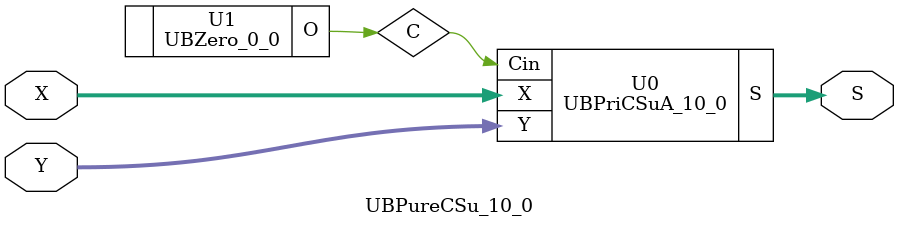
<source format=v>
/*----------------------------------------------------------------------------
  Copyright (c) 2021 Homma laboratory. All rights reserved.

  Top module: UBCSu_10_0_10_0

  Operand-1 length: 11
  Operand-2 length: 11
  Two-operand addition algorithm: Conditional sum adder
----------------------------------------------------------------------------*/

module UBFA_0(C, S, X, Y, Z);
  output C;
  output S;
  input X;
  input Y;
  input Z;
  assign C = ( X & Y ) | ( Y & Z ) | ( Z & X );
  assign S = X ^ Y ^ Z;
endmodule

module UBHCSuB_0_0(C, S, X, Y, Ci);
  output C;
  output S;
  input Ci;
  input X;
  input Y;
  UBFA_0 U0 (C, S, X, Y, Ci);
endmodule

module UBZero_1_1(O);
  output [1:1] O;
  assign O[1] = 0;
endmodule

module UBOne_1(O);
  output O;
  assign O = 1;
endmodule

module UBFA_1(C, S, X, Y, Z);
  output C;
  output S;
  input X;
  input Y;
  input Z;
  assign C = ( X & Y ) | ( Y & Z ) | ( Z & X );
  assign S = X ^ Y ^ Z;
endmodule

module UBCSuB_1_1(C_0, C_1, S_0, S_1, X, Y);
  output C_0;
  output C_1;
  output S_0;
  output S_1;
  input X;
  input Y;
  wire Ci_0;
  wire Ci_1;
  wire Co_0;
  wire Co_1;
  assign C_0 = ( Co_0 & ( ~ Ci_0 ) ) | ( Co_1 & Ci_0 );
  assign C_1 = ( Co_0 & ( ~ Ci_1 ) ) | ( Co_1 & Ci_1 );
  UBZero_1_1 U0 (Ci_0);
  UBOne_1 U1 (Ci_1);
  UBFA_1 U2 (Co_0, S_0, X, Y, Ci_0);
  UBFA_1 U3 (Co_1, S_1, X, Y, Ci_1);
endmodule

module UBHCSuB_1_0(C, S, X, Y, Ci);
  output C;
  output [1:0] S;
  input Ci;
  input [1:0] X;
  input [1:0] Y;
  wire C_0;
  wire C_1;
  wire Co;
  wire S_0;
  wire S_1;
  assign S[1] = ( S_0 & ( ~ Co ) ) | ( S_1 & Co );
  assign C = ( C_0 & ( ~ Co ) ) | ( C_1 & Co );
  UBHCSuB_0_0 U0 (Co, S[0], X[0], Y[0], Ci);
  UBCSuB_1_1 U1 (C_0, C_1, S_0, S_1, X[1], Y[1]);
endmodule

module UBZero_2_2(O);
  output [2:2] O;
  assign O[2] = 0;
endmodule

module UBOne_2(O);
  output O;
  assign O = 1;
endmodule

module UBFA_2(C, S, X, Y, Z);
  output C;
  output S;
  input X;
  input Y;
  input Z;
  assign C = ( X & Y ) | ( Y & Z ) | ( Z & X );
  assign S = X ^ Y ^ Z;
endmodule

module UBCSuB_2_2(C_0, C_1, S_0, S_1, X, Y);
  output C_0;
  output C_1;
  output S_0;
  output S_1;
  input X;
  input Y;
  wire Ci_0;
  wire Ci_1;
  wire Co_0;
  wire Co_1;
  assign C_0 = ( Co_0 & ( ~ Ci_0 ) ) | ( Co_1 & Ci_0 );
  assign C_1 = ( Co_0 & ( ~ Ci_1 ) ) | ( Co_1 & Ci_1 );
  UBZero_2_2 U0 (Ci_0);
  UBOne_2 U1 (Ci_1);
  UBFA_2 U2 (Co_0, S_0, X, Y, Ci_0);
  UBFA_2 U3 (Co_1, S_1, X, Y, Ci_1);
endmodule

module UBHCSuB_2_0(C, S, X, Y, Ci);
  output C;
  output [2:0] S;
  input Ci;
  input [2:0] X;
  input [2:0] Y;
  wire C_0;
  wire C_1;
  wire Co;
  wire S_0;
  wire S_1;
  assign S[2] = ( S_0 & ( ~ Co ) ) | ( S_1 & Co );
  assign C = ( C_0 & ( ~ Co ) ) | ( C_1 & Co );
  UBHCSuB_1_0 U0 (Co, S[1:0], X[1:0], Y[1:0], Ci);
  UBCSuB_2_2 U1 (C_0, C_1, S_0, S_1, X[2], Y[2]);
endmodule

module UBZero_3_3(O);
  output [3:3] O;
  assign O[3] = 0;
endmodule

module UBOne_3(O);
  output O;
  assign O = 1;
endmodule

module UBFA_3(C, S, X, Y, Z);
  output C;
  output S;
  input X;
  input Y;
  input Z;
  assign C = ( X & Y ) | ( Y & Z ) | ( Z & X );
  assign S = X ^ Y ^ Z;
endmodule

module UBCSuB_3_3(C_0, C_1, S_0, S_1, X, Y);
  output C_0;
  output C_1;
  output S_0;
  output S_1;
  input X;
  input Y;
  wire Ci_0;
  wire Ci_1;
  wire Co_0;
  wire Co_1;
  assign C_0 = ( Co_0 & ( ~ Ci_0 ) ) | ( Co_1 & Ci_0 );
  assign C_1 = ( Co_0 & ( ~ Ci_1 ) ) | ( Co_1 & Ci_1 );
  UBZero_3_3 U0 (Ci_0);
  UBOne_3 U1 (Ci_1);
  UBFA_3 U2 (Co_0, S_0, X, Y, Ci_0);
  UBFA_3 U3 (Co_1, S_1, X, Y, Ci_1);
endmodule

module UBZero_4_4(O);
  output [4:4] O;
  assign O[4] = 0;
endmodule

module UBOne_4(O);
  output O;
  assign O = 1;
endmodule

module UBFA_4(C, S, X, Y, Z);
  output C;
  output S;
  input X;
  input Y;
  input Z;
  assign C = ( X & Y ) | ( Y & Z ) | ( Z & X );
  assign S = X ^ Y ^ Z;
endmodule

module UBCSuB_4_4(C_0, C_1, S_0, S_1, X, Y);
  output C_0;
  output C_1;
  output S_0;
  output S_1;
  input X;
  input Y;
  wire Ci_0;
  wire Ci_1;
  wire Co_0;
  wire Co_1;
  assign C_0 = ( Co_0 & ( ~ Ci_0 ) ) | ( Co_1 & Ci_0 );
  assign C_1 = ( Co_0 & ( ~ Ci_1 ) ) | ( Co_1 & Ci_1 );
  UBZero_4_4 U0 (Ci_0);
  UBOne_4 U1 (Ci_1);
  UBFA_4 U2 (Co_0, S_0, X, Y, Ci_0);
  UBFA_4 U3 (Co_1, S_1, X, Y, Ci_1);
endmodule

module UBCSuB_4_3(C_0, C_1, S_0, S_1, X, Y);
  output C_0;
  output C_1;
  output [4:3] S_0;
  output [4:3] S_1;
  input [4:3] X;
  input [4:3] Y;
  wire Ci_0;
  wire Ci_1;
  wire Co_0;
  wire Co_1;
  wire So_0;
  wire So_1;
  assign S_0[4] = ( So_0 & ( ~ Ci_0 ) ) | ( So_1 & Ci_0 );
  assign C_0 = ( Co_0 & ( ~ Ci_0 ) ) | ( Co_1 & Ci_0 );
  assign S_1[4] = ( So_0 & ( ~ Ci_1 ) ) | ( So_1 & Ci_1 );
  assign C_1 = ( Co_0 & ( ~ Ci_1 ) ) | ( Co_1 & Ci_1 );
  UBCSuB_3_3 U0 (Ci_0, Ci_1, S_0[3], S_1[3], X[3], Y[3]);
  UBCSuB_4_4 U1 (Co_0, Co_1, So_0, So_1, X[4], Y[4]);
endmodule

module UBZero_5_5(O);
  output [5:5] O;
  assign O[5] = 0;
endmodule

module UBOne_5(O);
  output O;
  assign O = 1;
endmodule

module UBFA_5(C, S, X, Y, Z);
  output C;
  output S;
  input X;
  input Y;
  input Z;
  assign C = ( X & Y ) | ( Y & Z ) | ( Z & X );
  assign S = X ^ Y ^ Z;
endmodule

module UBCSuB_5_5(C_0, C_1, S_0, S_1, X, Y);
  output C_0;
  output C_1;
  output S_0;
  output S_1;
  input X;
  input Y;
  wire Ci_0;
  wire Ci_1;
  wire Co_0;
  wire Co_1;
  assign C_0 = ( Co_0 & ( ~ Ci_0 ) ) | ( Co_1 & Ci_0 );
  assign C_1 = ( Co_0 & ( ~ Ci_1 ) ) | ( Co_1 & Ci_1 );
  UBZero_5_5 U0 (Ci_0);
  UBOne_5 U1 (Ci_1);
  UBFA_5 U2 (Co_0, S_0, X, Y, Ci_0);
  UBFA_5 U3 (Co_1, S_1, X, Y, Ci_1);
endmodule

module UBCSuB_5_3(C_0, C_1, S_0, S_1, X, Y);
  output C_0;
  output C_1;
  output [5:3] S_0;
  output [5:3] S_1;
  input [5:3] X;
  input [5:3] Y;
  wire Ci_0;
  wire Ci_1;
  wire Co_0;
  wire Co_1;
  wire [5:5] So_0;
  wire [5:5] So_1;
  assign S_0[5] = ( So_0 & ( ~ Ci_0 ) ) | ( So_1 & Ci_0 );
  assign C_0 = ( Co_0 & ( ~ Ci_0 ) ) | ( Co_1 & Ci_0 );
  assign S_1[5] = ( So_0 & ( ~ Ci_1 ) ) | ( So_1 & Ci_1 );
  assign C_1 = ( Co_0 & ( ~ Ci_1 ) ) | ( Co_1 & Ci_1 );
  UBCSuB_4_3 U0 (Ci_0, Ci_1, S_0[4:3], S_1[4:3], X[4:3], Y[4:3]);
  UBCSuB_5_5 U1 (Co_0, Co_1, So_0, So_1, X[5], Y[5]);
endmodule

module UBHCSuB_5_0(C, S, X, Y, Ci);
  output C;
  output [5:0] S;
  input Ci;
  input [5:0] X;
  input [5:0] Y;
  wire C_0;
  wire C_1;
  wire Co;
  wire [5:3] S_0;
  wire [5:3] S_1;
  assign S[3] = ( S_0[3] & ( ~ Co ) ) | ( S_1[3] & Co );
  assign S[4] = ( S_0[4] & ( ~ Co ) ) | ( S_1[4] & Co );
  assign S[5] = ( S_0[5] & ( ~ Co ) ) | ( S_1[5] & Co );
  assign C = ( C_0 & ( ~ Co ) ) | ( C_1 & Co );
  UBHCSuB_2_0 U0 (Co, S[2:0], X[2:0], Y[2:0], Ci);
  UBCSuB_5_3 U1 (C_0, C_1, S_0, S_1, X[5:3], Y[5:3]);
endmodule

module UBZero_6_6(O);
  output [6:6] O;
  assign O[6] = 0;
endmodule

module UBOne_6(O);
  output O;
  assign O = 1;
endmodule

module UBFA_6(C, S, X, Y, Z);
  output C;
  output S;
  input X;
  input Y;
  input Z;
  assign C = ( X & Y ) | ( Y & Z ) | ( Z & X );
  assign S = X ^ Y ^ Z;
endmodule

module UBCSuB_6_6(C_0, C_1, S_0, S_1, X, Y);
  output C_0;
  output C_1;
  output S_0;
  output S_1;
  input X;
  input Y;
  wire Ci_0;
  wire Ci_1;
  wire Co_0;
  wire Co_1;
  assign C_0 = ( Co_0 & ( ~ Ci_0 ) ) | ( Co_1 & Ci_0 );
  assign C_1 = ( Co_0 & ( ~ Ci_1 ) ) | ( Co_1 & Ci_1 );
  UBZero_6_6 U0 (Ci_0);
  UBOne_6 U1 (Ci_1);
  UBFA_6 U2 (Co_0, S_0, X, Y, Ci_0);
  UBFA_6 U3 (Co_1, S_1, X, Y, Ci_1);
endmodule

module UBZero_7_7(O);
  output [7:7] O;
  assign O[7] = 0;
endmodule

module UBOne_7(O);
  output O;
  assign O = 1;
endmodule

module UBFA_7(C, S, X, Y, Z);
  output C;
  output S;
  input X;
  input Y;
  input Z;
  assign C = ( X & Y ) | ( Y & Z ) | ( Z & X );
  assign S = X ^ Y ^ Z;
endmodule

module UBCSuB_7_7(C_0, C_1, S_0, S_1, X, Y);
  output C_0;
  output C_1;
  output S_0;
  output S_1;
  input X;
  input Y;
  wire Ci_0;
  wire Ci_1;
  wire Co_0;
  wire Co_1;
  assign C_0 = ( Co_0 & ( ~ Ci_0 ) ) | ( Co_1 & Ci_0 );
  assign C_1 = ( Co_0 & ( ~ Ci_1 ) ) | ( Co_1 & Ci_1 );
  UBZero_7_7 U0 (Ci_0);
  UBOne_7 U1 (Ci_1);
  UBFA_7 U2 (Co_0, S_0, X, Y, Ci_0);
  UBFA_7 U3 (Co_1, S_1, X, Y, Ci_1);
endmodule

module UBCSuB_7_6(C_0, C_1, S_0, S_1, X, Y);
  output C_0;
  output C_1;
  output [7:6] S_0;
  output [7:6] S_1;
  input [7:6] X;
  input [7:6] Y;
  wire Ci_0;
  wire Ci_1;
  wire Co_0;
  wire Co_1;
  wire So_0;
  wire So_1;
  assign S_0[7] = ( So_0 & ( ~ Ci_0 ) ) | ( So_1 & Ci_0 );
  assign C_0 = ( Co_0 & ( ~ Ci_0 ) ) | ( Co_1 & Ci_0 );
  assign S_1[7] = ( So_0 & ( ~ Ci_1 ) ) | ( So_1 & Ci_1 );
  assign C_1 = ( Co_0 & ( ~ Ci_1 ) ) | ( Co_1 & Ci_1 );
  UBCSuB_6_6 U0 (Ci_0, Ci_1, S_0[6], S_1[6], X[6], Y[6]);
  UBCSuB_7_7 U1 (Co_0, Co_1, So_0, So_1, X[7], Y[7]);
endmodule

module UBZero_8_8(O);
  output [8:8] O;
  assign O[8] = 0;
endmodule

module UBOne_8(O);
  output O;
  assign O = 1;
endmodule

module UBFA_8(C, S, X, Y, Z);
  output C;
  output S;
  input X;
  input Y;
  input Z;
  assign C = ( X & Y ) | ( Y & Z ) | ( Z & X );
  assign S = X ^ Y ^ Z;
endmodule

module UBCSuB_8_8(C_0, C_1, S_0, S_1, X, Y);
  output C_0;
  output C_1;
  output S_0;
  output S_1;
  input X;
  input Y;
  wire Ci_0;
  wire Ci_1;
  wire Co_0;
  wire Co_1;
  assign C_0 = ( Co_0 & ( ~ Ci_0 ) ) | ( Co_1 & Ci_0 );
  assign C_1 = ( Co_0 & ( ~ Ci_1 ) ) | ( Co_1 & Ci_1 );
  UBZero_8_8 U0 (Ci_0);
  UBOne_8 U1 (Ci_1);
  UBFA_8 U2 (Co_0, S_0, X, Y, Ci_0);
  UBFA_8 U3 (Co_1, S_1, X, Y, Ci_1);
endmodule

module UBCSuB_8_6(C_0, C_1, S_0, S_1, X, Y);
  output C_0;
  output C_1;
  output [8:6] S_0;
  output [8:6] S_1;
  input [8:6] X;
  input [8:6] Y;
  wire Ci_0;
  wire Ci_1;
  wire Co_0;
  wire Co_1;
  wire [8:8] So_0;
  wire [8:8] So_1;
  assign S_0[8] = ( So_0 & ( ~ Ci_0 ) ) | ( So_1 & Ci_0 );
  assign C_0 = ( Co_0 & ( ~ Ci_0 ) ) | ( Co_1 & Ci_0 );
  assign S_1[8] = ( So_0 & ( ~ Ci_1 ) ) | ( So_1 & Ci_1 );
  assign C_1 = ( Co_0 & ( ~ Ci_1 ) ) | ( Co_1 & Ci_1 );
  UBCSuB_7_6 U0 (Ci_0, Ci_1, S_0[7:6], S_1[7:6], X[7:6], Y[7:6]);
  UBCSuB_8_8 U1 (Co_0, Co_1, So_0, So_1, X[8], Y[8]);
endmodule

module UBZero_9_9(O);
  output [9:9] O;
  assign O[9] = 0;
endmodule

module UBOne_9(O);
  output O;
  assign O = 1;
endmodule

module UBFA_9(C, S, X, Y, Z);
  output C;
  output S;
  input X;
  input Y;
  input Z;
  assign C = ( X & Y ) | ( Y & Z ) | ( Z & X );
  assign S = X ^ Y ^ Z;
endmodule

module UBCSuB_9_9(C_0, C_1, S_0, S_1, X, Y);
  output C_0;
  output C_1;
  output S_0;
  output S_1;
  input X;
  input Y;
  wire Ci_0;
  wire Ci_1;
  wire Co_0;
  wire Co_1;
  assign C_0 = ( Co_0 & ( ~ Ci_0 ) ) | ( Co_1 & Ci_0 );
  assign C_1 = ( Co_0 & ( ~ Ci_1 ) ) | ( Co_1 & Ci_1 );
  UBZero_9_9 U0 (Ci_0);
  UBOne_9 U1 (Ci_1);
  UBFA_9 U2 (Co_0, S_0, X, Y, Ci_0);
  UBFA_9 U3 (Co_1, S_1, X, Y, Ci_1);
endmodule

module UBZero_10_10(O);
  output [10:10] O;
  assign O[10] = 0;
endmodule

module UBOne_10(O);
  output O;
  assign O = 1;
endmodule

module UBFA_10(C, S, X, Y, Z);
  output C;
  output S;
  input X;
  input Y;
  input Z;
  assign C = ( X & Y ) | ( Y & Z ) | ( Z & X );
  assign S = X ^ Y ^ Z;
endmodule

module UBCSuB_10_10(C_0, C_1, S_0, S_1, X, Y);
  output C_0;
  output C_1;
  output S_0;
  output S_1;
  input X;
  input Y;
  wire Ci_0;
  wire Ci_1;
  wire Co_0;
  wire Co_1;
  assign C_0 = ( Co_0 & ( ~ Ci_0 ) ) | ( Co_1 & Ci_0 );
  assign C_1 = ( Co_0 & ( ~ Ci_1 ) ) | ( Co_1 & Ci_1 );
  UBZero_10_10 U0 (Ci_0);
  UBOne_10 U1 (Ci_1);
  UBFA_10 U2 (Co_0, S_0, X, Y, Ci_0);
  UBFA_10 U3 (Co_1, S_1, X, Y, Ci_1);
endmodule

module UBCSuB_10_9(C_0, C_1, S_0, S_1, X, Y);
  output C_0;
  output C_1;
  output [10:9] S_0;
  output [10:9] S_1;
  input [10:9] X;
  input [10:9] Y;
  wire Ci_0;
  wire Ci_1;
  wire Co_0;
  wire Co_1;
  wire So_0;
  wire So_1;
  assign S_0[10] = ( So_0 & ( ~ Ci_0 ) ) | ( So_1 & Ci_0 );
  assign C_0 = ( Co_0 & ( ~ Ci_0 ) ) | ( Co_1 & Ci_0 );
  assign S_1[10] = ( So_0 & ( ~ Ci_1 ) ) | ( So_1 & Ci_1 );
  assign C_1 = ( Co_0 & ( ~ Ci_1 ) ) | ( Co_1 & Ci_1 );
  UBCSuB_9_9 U0 (Ci_0, Ci_1, S_0[9], S_1[9], X[9], Y[9]);
  UBCSuB_10_10 U1 (Co_0, Co_1, So_0, So_1, X[10], Y[10]);
endmodule

module UBCSuB_10_6(C_0, C_1, S_0, S_1, X, Y);
  output C_0;
  output C_1;
  output [10:6] S_0;
  output [10:6] S_1;
  input [10:6] X;
  input [10:6] Y;
  wire Ci_0;
  wire Ci_1;
  wire Co_0;
  wire Co_1;
  wire [10:9] So_0;
  wire [10:9] So_1;
  assign S_0[9] = ( So_0[9] & ( ~ Ci_0 ) ) | ( So_1[9] & Ci_0 );
  assign S_0[10] = ( So_0[10] & ( ~ Ci_0 ) ) | ( So_1[10] & Ci_0 );
  assign C_0 = ( Co_0 & ( ~ Ci_0 ) ) | ( Co_1 & Ci_0 );
  assign S_1[9] = ( So_0[9] & ( ~ Ci_1 ) ) | ( So_1[9] & Ci_1 );
  assign S_1[10] = ( So_0[10] & ( ~ Ci_1 ) ) | ( So_1[10] & Ci_1 );
  assign C_1 = ( Co_0 & ( ~ Ci_1 ) ) | ( Co_1 & Ci_1 );
  UBCSuB_8_6 U0 (Ci_0, Ci_1, S_0[8:6], S_1[8:6], X[8:6], Y[8:6]);
  UBCSuB_10_9 U1 (Co_0, Co_1, So_0, So_1, X[10:9], Y[10:9]);
endmodule

module UBPriCSuA_10_0(S, X, Y, Cin);
  output [11:0] S;
  input Cin;
  input [10:0] X;
  input [10:0] Y;
  wire C_0;
  wire C_1;
  wire Co;
  wire [10:6] S_0;
  wire [10:6] S_1;
  assign S[6] = ( S_0[6] & ( ~ Co ) ) | ( S_1[6] & Co );
  assign S[7] = ( S_0[7] & ( ~ Co ) ) | ( S_1[7] & Co );
  assign S[8] = ( S_0[8] & ( ~ Co ) ) | ( S_1[8] & Co );
  assign S[9] = ( S_0[9] & ( ~ Co ) ) | ( S_1[9] & Co );
  assign S[10] = ( S_0[10] & ( ~ Co ) ) | ( S_1[10] & Co );
  assign S[11] = ( C_0 & ( ~ Co ) ) | ( C_1 & Co );
  UBHCSuB_5_0 U0 (Co, S[5:0], X[5:0], Y[5:0], Cin);
  UBCSuB_10_6 U1 (C_0, C_1, S_0, S_1, X[10:6], Y[10:6]);
endmodule

module UBZero_0_0(O);
  output [0:0] O;
  assign O[0] = 0;
endmodule

module UBCSu_10_0_10_0 (S, X, Y);
  output [11:0] S;
  input [10:0] X;
  input [10:0] Y;
  UBPureCSu_10_0 U0 (S[11:0], X[10:0], Y[10:0]);
endmodule

module UBPureCSu_10_0 (S, X, Y);
  output [11:0] S;
  input [10:0] X;
  input [10:0] Y;
  wire C;
  UBPriCSuA_10_0 U0 (S, X, Y, C);
  UBZero_0_0 U1 (C);
endmodule


</source>
